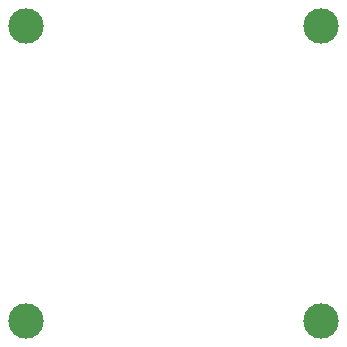
<source format=gbr>
%TF.GenerationSoftware,Altium Limited,Altium Designer,21.6.4 (81)*%
G04 Layer_Color=0*
%FSLAX45Y45*%
%MOMM*%
%TF.SameCoordinates,35F77A6B-66F6-43E6-81AF-3D6A737DF117*%
%TF.FilePolarity,Positive*%
%TF.FileFunction,NonPlated,1,2,NPTH,Drill*%
%TF.Part,Single*%
G01*
G75*
%TA.AperFunction,OtherDrill,Pad Free-MH (12.5mm,-12.5mm)*%
%ADD36C,3.00000*%
%TA.AperFunction,OtherDrill,Pad Free-MH (-12.5mm,12.5mm)*%
%ADD37C,3.00000*%
%TA.AperFunction,OtherDrill,Pad Free-MH (12.5mm,12.5mm)*%
%ADD38C,3.00000*%
%TA.AperFunction,OtherDrill,Pad Free-MH (-12.5mm,-12.5mm)*%
%ADD39C,3.00000*%
D36*
X1250000Y-1250000D02*
D03*
D37*
X-1250000Y1250000D02*
D03*
D38*
X1250000D02*
D03*
D39*
X-1250000Y-1250000D02*
D03*
%TF.MD5,c9f178237b37f5b4b3e85791dfa1cd52*%
M02*

</source>
